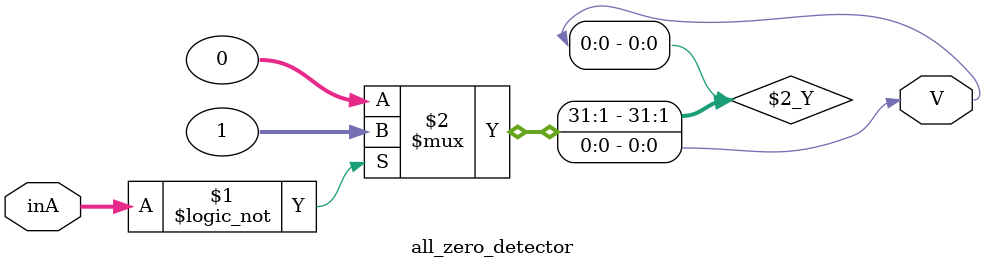
<source format=v>
module all_zero_detector(inA, V
	);

	parameter n = 64;

	// Assigning ports as in/out
	input [n-1 : 0] inA;
	output V;

	assign V = (inA == 16'h0000000000000000) ? 1 : 0;

endmodule

</source>
